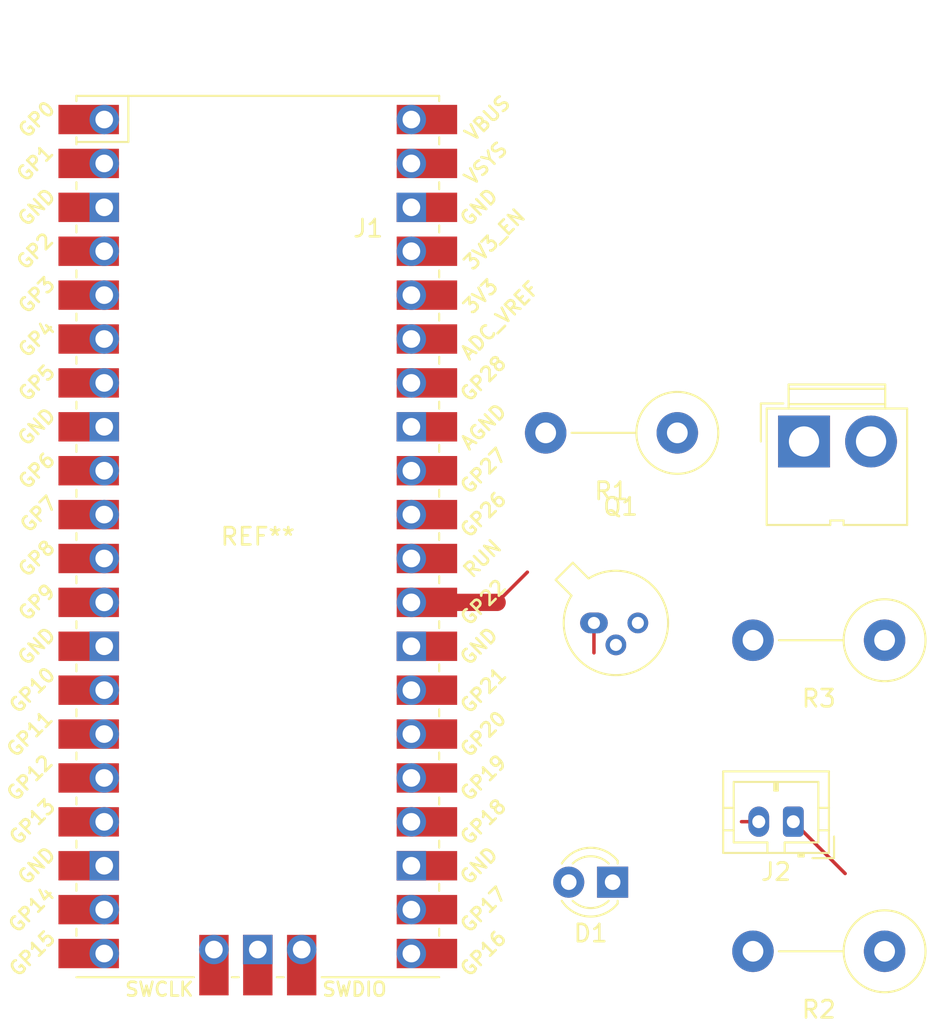
<source format=kicad_pcb>
(kicad_pcb (version 20240108) (generator "pcbnew") (generator_version "8.0")
  (layers (0 "F.Cu" signal) (31 "B.Cu" signal) (34 "B.Paste" user) (35 "F.Paste" user) (36 "B.SilkS" user "B.Silkscreen") (37 "F.SilkS" user "F.Silkscreen") (38 "B.Mask" user) (39 "F.Mask" user) (44 "Edge.Cuts" user))
  (net 0 "")
  (net 1 "Net-(D1-K)")
  (net 2 "GND")
  (net 3 "VCC")
  (net 4 "Net-(J2-Pin_2)")
  (net 5 "Net-(Q1-B)")
  (net 6 "Net-(Q1-C)")
  (net 7 "Net-(U1-GPIO22)")
  (net 8 "Net-(D1-A)")
  (footprint "LED_THT:LED_D3.0mm" (layer "F.Cu") (at 131.54 119 180)
    (property "Reference" "D1" (at 1.27 -2.96 180) (layer "F.SilkS"))
    (property "Value" "LED")
    (fp_line (start -0.29 1.08) (end -0.29 1.236) (stroke (width 0.12)) (layer "F.SilkS"))
    (fp_line (start -0.29 -1.236) (end -0.29 -1.08) (stroke (width 0.12)) (layer "F.SilkS"))
    (fp_arc (start 2.942335 1.078608) (mid 1.366487 1.987659) (end -0.29 1.235516) (stroke (width 0.12)) (layer "F.SilkS"))
    (fp_arc (start 2.31113 1.079837) (mid 1.270117 1.5) (end 0.229039 1.08) (stroke (width 0.12)) (layer "F.SilkS"))
    (fp_arc (start 0.229039 -1.08) (mid 1.270117 -1.5) (end 2.31113 -1.079837) (stroke (width 0.12)) (layer "F.SilkS"))
    (fp_arc (start -0.29 -1.235516) (mid 1.366487 -1.987659) (end 2.942335 -1.078608) (stroke (width 0.12)) (layer "F.SilkS"))
    (pad "1" thru_hole rect (at 0 0 180) (size 1.8 1.8) (drill 0.9) (layers "*.Cu" "*.Mask") (net 1 "Net-(D1-K)"))
    (pad "2" thru_hole circle (at 2.54 0 180) (size 1.8 1.8) (drill 0.9) (layers "*.Cu" "*.Mask") (net 8 "Net-(D1-A)"))
  )
  (footprint "Package_TO_SOT_THT:TO-18-3" (layer "F.Cu") (at 130.46 104)
    (property "Reference" "Q1" (at 1.54 -6.73 0) (layer "F.SilkS"))
    (property "Value" "BC108" (hide yes))
    (fp_line (start -2.214448 -2.494499) (end -1.302281 -1.582331) (stroke (width 0.12)) (layer "F.SilkS"))
    (fp_line (start -1.224499 -3.484448) (end -2.214448 -2.494499) (stroke (width 0.12)) (layer "F.SilkS"))
    (fp_line (start -0.312331 -2.572281) (end -1.224499 -3.484448) (stroke (width 0.12)) (layer "F.SilkS"))
    (fp_arc (start -0.312331 -2.572281) (mid 3.405374 2.135551) (end -1.30215 -1.582544) (stroke (width 0.12)) (layer "F.SilkS"))
    (pad "1" thru_hole oval (at 0 0) (size 1.6 1.2) (drill 0.7) (layers "*.Cu" "*.Mask") (net 4 "Net-(J2-Pin_2)"))
    (pad "2" thru_hole oval (at 1.27 1.27) (size 1.2 1.2) (drill 0.7) (layers "*.Cu" "*.Mask") (net 5 "Net-(Q1-B)"))
    (pad "3" thru_hole oval (at 2.54 0) (size 1.2 1.2) (drill 0.7) (layers "*.Cu" "*.Mask") (net 6 "Net-(Q1-C)"))
  )
  (footprint "Resistor_THT:R_Axial_DIN0414_L11.9mm_D4.5mm_P7.62mm_Vertical" (layer "F.Cu") (at 135.285 93 180)
    (property "Reference" "R1" (at 3.81 -3.37 180) (layer "F.SilkS"))
    (property "Value" "R")
    (fp_line (start 2.37 0) (end 6.12 0) (stroke (width 0.12)) (layer "F.SilkS"))
    (fp_circle (center 0 0) (end 2.37 0) (stroke (width 0.12)) (fill none) (layer "F.SilkS"))
    (pad "1" thru_hole circle (at 0 0 180) (size 2.4 2.4) (drill 1.2) (layers "*.Cu" "*.Mask") (net 5 "Net-(Q1-B)"))
    (pad "2" thru_hole oval (at 7.62 0 180) (size 2.4 2.4) (drill 1.2) (layers "*.Cu" "*.Mask") (net 7 "Net-(U1-GPIO22)"))
  )
  (footprint "Resistor_THT:R_Axial_DIN0414_L11.9mm_D4.5mm_P7.62mm_Vertical" (layer "F.Cu") (at 147.285 123 180)
    (property "Reference" "R2" (at 3.81 -3.37 180) (layer "F.SilkS"))
    (property "Value" "R")
    (fp_line (start 2.37 0) (end 6.12 0) (stroke (width 0.12)) (layer "F.SilkS"))
    (fp_circle (center 0 0) (end 2.37 0) (stroke (width 0.12)) (fill none) (layer "F.SilkS"))
    (pad "1" thru_hole circle (at 0 0 180) (size 2.4 2.4) (drill 1.2) (layers "*.Cu" "*.Mask") (net 2 "GND"))
    (pad "2" thru_hole oval (at 7.62 0 180) (size 2.4 2.4) (drill 1.2) (layers "*.Cu" "*.Mask") (net 1 "Net-(D1-K)"))
  )
  (footprint "Connector_JST:JST_PH_B2B-PH-K_1x02_P2.00mm_Vertical" (layer "F.Cu") (at 142 115.5 180)
    (property "Reference" "J2" (at 1 -2.9 180) (layer "F.SilkS"))
    (property "Value" "Conn_01x02_Pin")
    (fp_line (start 4.06 2.91) (end 4.06 -1.81) (stroke (width 0.12)) (layer "F.SilkS"))
    (fp_line (start 4.06 0.8) (end 3.45 0.8) (stroke (width 0.12)) (layer "F.SilkS"))
    (fp_line (start 4.06 -0.5) (end 3.45 -0.5) (stroke (width 0.12)) (layer "F.SilkS"))
    (fp_line (start 4.06 -1.81) (end -2.06 -1.81) (stroke (width 0.12)) (layer "F.SilkS"))
    (fp_line (start 3.45 2.3) (end 3.45 -1.2) (stroke (width 0.12)) (layer "F.SilkS"))
    (fp_line (start 3.45 -1.2) (end 1.5 -1.2) (stroke (width 0.12)) (layer "F.SilkS"))
    (fp_line (start 1.5 -1.2) (end 1.5 -1.81) (stroke (width 0.12)) (layer "F.SilkS"))
    (fp_line (start 1.1 1.8) (end 1.1 2.3) (stroke (width 0.12)) (layer "F.SilkS"))
    (fp_line (start 1 2.3) (end 1 1.8) (stroke (width 0.12)) (layer "F.SilkS"))
    (fp_line (start 0.9 2.3) (end 0.9 1.8) (stroke (width 0.12)) (layer "F.SilkS"))
    (fp_line (start 0.9 1.8) (end 1.1 1.8) (stroke (width 0.12)) (layer "F.SilkS"))
    (fp_line (start 0.5 -1.2) (end -1.45 -1.2) (stroke (width 0.12)) (layer "F.SilkS"))
    (fp_line (start 0.5 -1.81) (end 0.5 -1.2) (stroke (width 0.12)) (layer "F.SilkS"))
    (fp_line (start -0.3 -1.81) (end -0.3 -2.01) (stroke (width 0.12)) (layer "F.SilkS"))
    (fp_line (start -0.3 -1.91) (end -0.6 -1.91) (stroke (width 0.12)) (layer "F.SilkS"))
    (fp_line (start -0.3 -2.01) (end -0.6 -2.01) (stroke (width 0.12)) (layer "F.SilkS"))
    (fp_line (start -0.6 -2.01) (end -0.6 -1.81) (stroke (width 0.12)) (layer "F.SilkS"))
    (fp_line (start -1.11 -2.11) (end -2.36 -2.11) (stroke (width 0.12)) (layer "F.SilkS"))
    (fp_line (start -1.45 2.3) (end 3.45 2.3) (stroke (width 0.12)) (layer "F.SilkS"))
    (fp_line (start -1.45 -1.2) (end -1.45 2.3) (stroke (width 0.12)) (layer "F.SilkS"))
    (fp_line (start -2.06 2.91) (end 4.06 2.91) (stroke (width 0.12)) (layer "F.SilkS"))
    (fp_line (start -2.06 0.8) (end -1.45 0.8) (stroke (width 0.12)) (layer "F.SilkS"))
    (fp_line (start -2.06 -0.5) (end -1.45 -0.5) (stroke (width 0.12)) (layer "F.SilkS"))
    (fp_line (start -2.06 -1.81) (end -2.06 2.91) (stroke (width 0.12)) (layer "F.SilkS"))
    (fp_line (start -2.36 -2.11) (end -2.36 -0.86) (stroke (width 0.12)) (layer "F.SilkS"))
    (pad "1" thru_hole roundrect (at 0 0 180) (size 1.2 1.75) (drill 0.75) (layers "*.Cu" "*.Mask") (roundrect_rratio 0.208333) (net 2 "GND"))
    (pad "2" thru_hole oval (at 2 0 180) (size 1.2 1.75) (drill 0.75) (layers "*.Cu" "*.Mask") (net 4 "Net-(J2-Pin_2)"))
  )
  (footprint "MCU_RaspberryPi_and_Boards:RPi_Pico_SMD_TH" (layer "F.Cu") (at 111 99)
    (property "Reference" "REF**" (at 0 0 0) (layer "F.SilkS"))
    (property "Value" "RPi_Pico_SMD_TH")
    (fp_line (start -10.5 -25.5) (end -10.5 -25.2) (stroke (width 0.12)) (layer "F.SilkS"))
    (fp_line (start -10.5 -25.5) (end 10.5 -25.5) (stroke (width 0.12)) (layer "F.SilkS"))
    (fp_line (start -10.5 -23.1) (end -10.5 -22.7) (stroke (width 0.12)) (layer "F.SilkS"))
    (fp_line (start -10.5 -22.833) (end -7.493 -22.833) (stroke (width 0.12)) (layer "F.SilkS"))
    (fp_line (start -10.5 -20.5) (end -10.5 -20.1) (stroke (width 0.12)) (layer "F.SilkS"))
    (fp_line (start -10.5 -18) (end -10.5 -17.6) (stroke (width 0.12)) (layer "F.SilkS"))
    (fp_line (start -10.5 -15.4) (end -10.5 -15) (stroke (width 0.12)) (layer "F.SilkS"))
    (fp_line (start -10.5 -12.9) (end -10.5 -12.5) (stroke (width 0.12)) (layer "F.SilkS"))
    (fp_line (start -10.5 -10.4) (end -10.5 -10) (stroke (width 0.12)) (layer "F.SilkS"))
    (fp_line (start -10.5 -7.8) (end -10.5 -7.4) (stroke (width 0.12)) (layer "F.SilkS"))
    (fp_line (start -10.5 -5.3) (end -10.5 -4.9) (stroke (width 0.12)) (layer "F.SilkS"))
    (fp_line (start -10.5 -2.7) (end -10.5 -2.3) (stroke (width 0.12)) (layer "F.SilkS"))
    (fp_line (start -10.5 -0.2) (end -10.5 0.2) (stroke (width 0.12)) (layer "F.SilkS"))
    (fp_line (start -10.5 2.3) (end -10.5 2.7) (stroke (width 0.12)) (layer "F.SilkS"))
    (fp_line (start -10.5 4.9) (end -10.5 5.3) (stroke (width 0.12)) (layer "F.SilkS"))
    (fp_line (start -10.5 7.4) (end -10.5 7.8) (stroke (width 0.12)) (layer "F.SilkS"))
    (fp_line (start -10.5 10) (end -10.5 10.4) (stroke (width 0.12)) (layer "F.SilkS"))
    (fp_line (start -10.5 12.5) (end -10.5 12.9) (stroke (width 0.12)) (layer "F.SilkS"))
    (fp_line (start -10.5 15.1) (end -10.5 15.5) (stroke (width 0.12)) (layer "F.SilkS"))
    (fp_line (start -10.5 17.6) (end -10.5 18) (stroke (width 0.12)) (layer "F.SilkS"))
    (fp_line (start -10.5 20.1) (end -10.5 20.5) (stroke (width 0.12)) (layer "F.SilkS"))
    (fp_line (start -10.5 22.7) (end -10.5 23.1) (stroke (width 0.12)) (layer "F.SilkS"))
    (fp_line (start -7.493 -22.833) (end -7.493 -25.5) (stroke (width 0.12)) (layer "F.SilkS"))
    (fp_line (start -3.7 25.5) (end -10.5 25.5) (stroke (width 0.12)) (layer "F.SilkS"))
    (fp_line (start -1.5 25.5) (end -1.1 25.5) (stroke (width 0.12)) (layer "F.SilkS"))
    (fp_line (start 1.1 25.5) (end 1.5 25.5) (stroke (width 0.12)) (layer "F.SilkS"))
    (fp_line (start 10.5 -25.5) (end 10.5 -25.2) (stroke (width 0.12)) (layer "F.SilkS"))
    (fp_line (start 10.5 -23.1) (end 10.5 -22.7) (stroke (width 0.12)) (layer "F.SilkS"))
    (fp_line (start 10.5 -20.5) (end 10.5 -20.1) (stroke (width 0.12)) (layer "F.SilkS"))
    (fp_line (start 10.5 -18) (end 10.5 -17.6) (stroke (width 0.12)) (layer "F.SilkS"))
    (fp_line (start 10.5 -15.4) (end 10.5 -15) (stroke (width 0.12)) (layer "F.SilkS"))
    (fp_line (start 10.5 -12.9) (end 10.5 -12.5) (stroke (width 0.12)) (layer "F.SilkS"))
    (fp_line (start 10.5 -10.4) (end 10.5 -10) (stroke (width 0.12)) (layer "F.SilkS"))
    (fp_line (start 10.5 -7.8) (end 10.5 -7.4) (stroke (width 0.12)) (layer "F.SilkS"))
    (fp_line (start 10.5 -5.3) (end 10.5 -4.9) (stroke (width 0.12)) (layer "F.SilkS"))
    (fp_line (start 10.5 -2.7) (end 10.5 -2.3) (stroke (width 0.12)) (layer "F.SilkS"))
    (fp_line (start 10.5 -0.2) (end 10.5 0.2) (stroke (width 0.12)) (layer "F.SilkS"))
    (fp_line (start 10.5 2.3) (end 10.5 2.7) (stroke (width 0.12)) (layer "F.SilkS"))
    (fp_line (start 10.5 4.9) (end 10.5 5.3) (stroke (width 0.12)) (layer "F.SilkS"))
    (fp_line (start 10.5 7.4) (end 10.5 7.8) (stroke (width 0.12)) (layer "F.SilkS"))
    (fp_line (start 10.5 10) (end 10.5 10.4) (stroke (width 0.12)) (layer "F.SilkS"))
    (fp_line (start 10.5 12.5) (end 10.5 12.9) (stroke (width 0.12)) (layer "F.SilkS"))
    (fp_line (start 10.5 15.1) (end 10.5 15.5) (stroke (width 0.12)) (layer "F.SilkS"))
    (fp_line (start 10.5 17.6) (end 10.5 18) (stroke (width 0.12)) (layer "F.SilkS"))
    (fp_line (start 10.5 20.1) (end 10.5 20.5) (stroke (width 0.12)) (layer "F.SilkS"))
    (fp_line (start 10.5 22.7) (end 10.5 23.1) (stroke (width 0.12)) (layer "F.SilkS"))
    (fp_line (start 10.5 25.5) (end 3.7 25.5) (stroke (width 0.12)) (layer "F.SilkS"))
    (fp_text user "GP14" (at -13.1 21.59 45) (layer "F.SilkS") (effects (font (size 0.8 0.8))))
    (fp_text user "GP7" (at -12.7 -1.3 45) (layer "F.SilkS") (effects (font (size 0.8 0.8))))
    (fp_text user "GP27" (at 13.054 -3.8 45) (layer "F.SilkS") (effects (font (size 0.8 0.8))))
    (fp_text user "3V3" (at 12.9 -13.9 45) (layer "F.SilkS") (effects (font (size 0.8 0.8))))
    (fp_text user "GP13" (at -13.054 16.51 45) (layer "F.SilkS") (effects (font (size 0.8 0.8))))
    (fp_text user "RUN" (at 13 1.27 45) (layer "F.SilkS") (effects (font (size 0.8 0.8))))
    (fp_text user "GP20" (at 13.054 11.43 45) (layer "F.SilkS") (effects (font (size 0.8 0.8))))
    (fp_text user "GP9" (at -12.8 3.81 45) (layer "F.SilkS") (effects (font (size 0.8 0.8))))
    (fp_text user "ADC_VREF" (at 14 -12.5 45) (layer "F.SilkS") (effects (font (size 0.8 0.8))))
    (fp_text user "GP26" (at 13.054 -1.27 45) (layer "F.SilkS") (effects (font (size 0.8 0.8))))
    (fp_text user "GP19" (at 13.054 13.97 45) (layer "F.SilkS") (effects (font (size 0.8 0.8))))
    (fp_text user "GP5" (at -12.8 -8.89 45) (layer "F.SilkS") (effects (font (size 0.8 0.8))))
    (fp_text user "AGND" (at 13.054 -6.35 45) (layer "F.SilkS") (effects (font (size 0.8 0.8))))
    (fp_text user "GND" (at 12.8 -19.05 45) (layer "F.SilkS") (effects (font (size 0.8 0.8))))
    (fp_text user "GP11" (at -13.2 11.43 45) (layer "F.SilkS") (effects (font (size 0.8 0.8))))
    (fp_text user "GP18" (at 13.054 16.51 45) (layer "F.SilkS") (effects (font (size 0.8 0.8))))
    (fp_text user "GP4" (at -12.8 -11.43 45) (layer "F.SilkS") (effects (font (size 0.8 0.8))))
    (fp_text user "GP3" (at -12.8 -13.97 45) (layer "F.SilkS") (effects (font (size 0.8 0.8))))
    (fp_text user "GND" (at -12.8 -19.05 45) (layer "F.SilkS") (effects (font (size 0.8 0.8))))
    (fp_text user "GP10" (at -13.054 8.89 45) (layer "F.SilkS") (effects (font (size 0.8 0.8))))
    (fp_text user "SWDIO" (at 5.6 26.2 0) (layer "F.SilkS") (effects (font (size 0.8 0.8))))
    (fp_text user "GP16" (at 13.054 24.13 45) (layer "F.SilkS") (effects (font (size 0.8 0.8))))
    (fp_text user "GP2" (at -12.9 -16.51 45) (layer "F.SilkS") (effects (font (size 0.8 0.8))))
    (fp_text user "3V3_EN" (at 13.7 -17.2 45) (layer "F.SilkS") (effects (font (size 0.8 0.8))))
    (fp_text user "GND" (at -12.8 -6.35 45) (layer "F.SilkS") (effects (font (size 0.8 0.8))))
    (fp_text user "GP17" (at 13.054 21.59 45) (layer "F.SilkS") (effects (font (size 0.8 0.8))))
    (fp_text user "GP22" (at 13.054 3.81 45) (layer "F.SilkS") (effects (font (size 0.8 0.8))))
    (fp_text user "GP21" (at 13.054 8.9 45) (layer "F.SilkS") (effects (font (size 0.8 0.8))))
    (fp_text user "VBUS" (at 13.3 -24.2 45) (layer "F.SilkS") (effects (font (size 0.8 0.8))))
    (fp_text user "GND" (at 12.8 6.35 45) (layer "F.SilkS") (effects (font (size 0.8 0.8))))
    (fp_text user "GP6" (at -12.8 -3.81 45) (layer "F.SilkS") (effects (font (size 0.8 0.8))))
    (fp_text user "GP8" (at -12.8 1.27 45) (layer "F.SilkS") (effects (font (size 0.8 0.8))))
    (fp_text user "GP28" (at 13.054 -9.144 45) (layer "F.SilkS") (effects (font (size 0.8 0.8))))
    (fp_text user "GP1" (at -12.9 -21.6 45) (layer "F.SilkS") (effects (font (size 0.8 0.8))))
    (fp_text user "GP0" (at -12.8 -24.13 45) (layer "F.SilkS") (effects (font (size 0.8 0.8))))
    (fp_text user "SWCLK" (at -5.7 26.2 0) (layer "F.SilkS") (effects (font (size 0.8 0.8))))
    (fp_text user "GP12" (at -13.2 13.97 45) (layer "F.SilkS") (effects (font (size 0.8 0.8))))
    (fp_text user "GP15" (at -13.054 24.13 45) (layer "F.SilkS") (effects (font (size 0.8 0.8))))
    (fp_text user "VSYS" (at 13.2 -21.59 45) (layer "F.SilkS") (effects (font (size 0.8 0.8))))
    (fp_text user "GND" (at -12.8 19.05 45) (layer "F.SilkS") (effects (font (size 0.8 0.8))))
    (fp_text user "GND" (at -12.8 6.35 45) (layer "F.SilkS") (effects (font (size 0.8 0.8))))
    (fp_text user "GND" (at 12.8 19.05 45) (layer "F.SilkS") (effects (font (size 0.8 0.8))))
    (pad "" np_thru_hole oval (at -2.725 -24) (size 1.8 1.8) (drill 1.8) (layers "*.Cu" "*.Mask"))
    (pad "" np_thru_hole oval (at -2.425 -20.97) (size 1.5 1.5) (drill 1.5) (layers "*.Cu" "*.Mask"))
    (pad "" np_thru_hole oval (at 2.425 -20.97) (size 1.5 1.5) (drill 1.5) (layers "*.Cu" "*.Mask"))
    (pad "" np_thru_hole oval (at 2.725 -24) (size 1.8 1.8) (drill 1.8) (layers "*.Cu" "*.Mask"))
    (pad "1" thru_hole oval (at -8.89 -24.13) (size 1.7 1.7) (drill 1.02) (layers "*.Cu" "*.Mask"))
    (pad "1" smd rect (at -8.89 -24.13) (size 3.5 1.7) (drill (offset -0.9 0)) (layers "F.Cu" "F.Mask"))
    (pad "2" thru_hole oval (at -8.89 -21.59) (size 1.7 1.7) (drill 1.02) (layers "*.Cu" "*.Mask"))
    (pad "2" smd rect (at -8.89 -21.59) (size 3.5 1.7) (drill (offset -0.9 0)) (layers "F.Cu" "F.Mask"))
    (pad "3" thru_hole rect (at -8.89 -19.05) (size 1.7 1.7) (drill 1.02) (layers "*.Cu" "*.Mask"))
    (pad "3" smd rect (at -8.89 -19.05) (size 3.5 1.7) (drill (offset -0.9 0)) (layers "F.Cu" "F.Mask"))
    (pad "4" thru_hole oval (at -8.89 -16.51) (size 1.7 1.7) (drill 1.02) (layers "*.Cu" "*.Mask"))
    (pad "4" smd rect (at -8.89 -16.51) (size 3.5 1.7) (drill (offset -0.9 0)) (layers "F.Cu" "F.Mask"))
    (pad "5" thru_hole oval (at -8.89 -13.97) (size 1.7 1.7) (drill 1.02) (layers "*.Cu" "*.Mask"))
    (pad "5" smd rect (at -8.89 -13.97) (size 3.5 1.7) (drill (offset -0.9 0)) (layers "F.Cu" "F.Mask"))
    (pad "6" thru_hole oval (at -8.89 -11.43) (size 1.7 1.7) (drill 1.02) (layers "*.Cu" "*.Mask"))
    (pad "6" smd rect (at -8.89 -11.43) (size 3.5 1.7) (drill (offset -0.9 0)) (layers "F.Cu" "F.Mask"))
    (pad "7" thru_hole oval (at -8.89 -8.89) (size 1.7 1.7) (drill 1.02) (layers "*.Cu" "*.Mask"))
    (pad "7" smd rect (at -8.89 -8.89) (size 3.5 1.7) (drill (offset -0.9 0)) (layers "F.Cu" "F.Mask"))
    (pad "8" thru_hole rect (at -8.89 -6.35) (size 1.7 1.7) (drill 1.02) (layers "*.Cu" "*.Mask"))
    (pad "8" smd rect (at -8.89 -6.35) (size 3.5 1.7) (drill (offset -0.9 0)) (layers "F.Cu" "F.Mask"))
    (pad "9" thru_hole oval (at -8.89 -3.81) (size 1.7 1.7) (drill 1.02) (layers "*.Cu" "*.Mask"))
    (pad "9" smd rect (at -8.89 -3.81) (size 3.5 1.7) (drill (offset -0.9 0)) (layers "F.Cu" "F.Mask"))
    (pad "10" thru_hole oval (at -8.89 -1.27) (size 1.7 1.7) (drill 1.02) (layers "*.Cu" "*.Mask"))
    (pad "10" smd rect (at -8.89 -1.27) (size 3.5 1.7) (drill (offset -0.9 0)) (layers "F.Cu" "F.Mask"))
    (pad "11" thru_hole oval (at -8.89 1.27) (size 1.7 1.7) (drill 1.02) (layers "*.Cu" "*.Mask"))
    (pad "11" smd rect (at -8.89 1.27) (size 3.5 1.7) (drill (offset -0.9 0)) (layers "F.Cu" "F.Mask"))
    (pad "12" thru_hole oval (at -8.89 3.81) (size 1.7 1.7) (drill 1.02) (layers "*.Cu" "*.Mask"))
    (pad "12" smd rect (at -8.89 3.81) (size 3.5 1.7) (drill (offset -0.9 0)) (layers "F.Cu" "F.Mask"))
    (pad "13" thru_hole rect (at -8.89 6.35) (size 1.7 1.7) (drill 1.02) (layers "*.Cu" "*.Mask"))
    (pad "13" smd rect (at -8.89 6.35) (size 3.5 1.7) (drill (offset -0.9 0)) (layers "F.Cu" "F.Mask"))
    (pad "14" thru_hole oval (at -8.89 8.89) (size 1.7 1.7) (drill 1.02) (layers "*.Cu" "*.Mask"))
    (pad "14" smd rect (at -8.89 8.89) (size 3.5 1.7) (drill (offset -0.9 0)) (layers "F.Cu" "F.Mask"))
    (pad "15" thru_hole oval (at -8.89 11.43) (size 1.7 1.7) (drill 1.02) (layers "*.Cu" "*.Mask"))
    (pad "15" smd rect (at -8.89 11.43) (size 3.5 1.7) (drill (offset -0.9 0)) (layers "F.Cu" "F.Mask"))
    (pad "16" thru_hole oval (at -8.89 13.97) (size 1.7 1.7) (drill 1.02) (layers "*.Cu" "*.Mask"))
    (pad "16" smd rect (at -8.89 13.97) (size 3.5 1.7) (drill (offset -0.9 0)) (layers "F.Cu" "F.Mask"))
    (pad "17" thru_hole oval (at -8.89 16.51) (size 1.7 1.7) (drill 1.02) (layers "*.Cu" "*.Mask"))
    (pad "17" smd rect (at -8.89 16.51) (size 3.5 1.7) (drill (offset -0.9 0)) (layers "F.Cu" "F.Mask"))
    (pad "18" thru_hole rect (at -8.89 19.05) (size 1.7 1.7) (drill 1.02) (layers "*.Cu" "*.Mask"))
    (pad "18" smd rect (at -8.89 19.05) (size 3.5 1.7) (drill (offset -0.9 0)) (layers "F.Cu" "F.Mask"))
    (pad "19" thru_hole oval (at -8.89 21.59) (size 1.7 1.7) (drill 1.02) (layers "*.Cu" "*.Mask"))
    (pad "19" smd rect (at -8.89 21.59) (size 3.5 1.7) (drill (offset -0.9 0)) (layers "F.Cu" "F.Mask"))
    (pad "20" thru_hole oval (at -8.89 24.13) (size 1.7 1.7) (drill 1.02) (layers "*.Cu" "*.Mask"))
    (pad "20" smd rect (at -8.89 24.13) (size 3.5 1.7) (drill (offset -0.9 0)) (layers "F.Cu" "F.Mask"))
    (pad "21" thru_hole oval (at 8.89 24.13) (size 1.7 1.7) (drill 1.02) (layers "*.Cu" "*.Mask"))
    (pad "21" smd rect (at 8.89 24.13) (size 3.5 1.7) (drill (offset 0.9 0)) (layers "F.Cu" "F.Mask"))
    (pad "22" thru_hole oval (at 8.89 21.59) (size 1.7 1.7) (drill 1.02) (layers "*.Cu" "*.Mask"))
    (pad "22" smd rect (at 8.89 21.59) (size 3.5 1.7) (drill (offset 0.9 0)) (layers "F.Cu" "F.Mask"))
    (pad "23" thru_hole rect (at 8.89 19.05) (size 1.7 1.7) (drill 1.02) (layers "*.Cu" "*.Mask"))
    (pad "23" smd rect (at 8.89 19.05) (size 3.5 1.7) (drill (offset 0.9 0)) (layers "F.Cu" "F.Mask"))
    (pad "24" thru_hole oval (at 8.89 16.51) (size 1.7 1.7) (drill 1.02) (layers "*.Cu" "*.Mask"))
    (pad "24" smd rect (at 8.89 16.51) (size 3.5 1.7) (drill (offset 0.9 0)) (layers "F.Cu" "F.Mask"))
    (pad "25" thru_hole oval (at 8.89 13.97) (size 1.7 1.7) (drill 1.02) (layers "*.Cu" "*.Mask"))
    (pad "25" smd rect (at 8.89 13.97) (size 3.5 1.7) (drill (offset 0.9 0)) (layers "F.Cu" "F.Mask"))
    (pad "26" thru_hole oval (at 8.89 11.43) (size 1.7 1.7) (drill 1.02) (layers "*.Cu" "*.Mask"))
    (pad "26" smd rect (at 8.89 11.43) (size 3.5 1.7) (drill (offset 0.9 0)) (layers "F.Cu" "F.Mask"))
    (pad "27" thru_hole oval (at 8.89 8.89) (size 1.7 1.7) (drill 1.02) (layers "*.Cu" "*.Mask"))
    (pad "27" smd rect (at 8.89 8.89) (size 3.5 1.7) (drill (offset 0.9 0)) (layers "F.Cu" "F.Mask"))
    (pad "28" thru_hole rect (at 8.89 6.35) (size 1.7 1.7) (drill 1.02) (layers "*.Cu" "*.Mask"))
    (pad "28" smd rect (at 8.89 6.35) (size 3.5 1.7) (drill (offset 0.9 0)) (layers "F.Cu" "F.Mask"))
    (pad "29" thru_hole oval (at 8.89 3.81) (size 1.7 1.7) (drill 1.02) (layers "*.Cu" "*.Mask"))
    (pad "29" smd rect (at 8.89 3.81) (size 3.5 1.7) (drill (offset 0.9 0)) (layers "F.Cu" "F.Mask"))
    (pad "30" thru_hole oval (at 8.89 1.27) (size 1.7 1.7) (drill 1.02) (layers "*.Cu" "*.Mask"))
    (pad "30" smd rect (at 8.89 1.27) (size 3.5 1.7) (drill (offset 0.9 0)) (layers "F.Cu" "F.Mask"))
    (pad "31" thru_hole oval (at 8.89 -1.27) (size 1.7 1.7) (drill 1.02) (layers "*.Cu" "*.Mask"))
    (pad "31" smd rect (at 8.89 -1.27) (size 3.5 1.7) (drill (offset 0.9 0)) (layers "F.Cu" "F.Mask"))
    (pad "32" thru_hole oval (at 8.89 -3.81) (size 1.7 1.7) (drill 1.02) (layers "*.Cu" "*.Mask"))
    (pad "32" smd rect (at 8.89 -3.81) (size 3.5 1.7) (drill (offset 0.9 0)) (layers "F.Cu" "F.Mask"))
    (pad "33" thru_hole rect (at 8.89 -6.35) (size 1.7 1.7) (drill 1.02) (layers "*.Cu" "*.Mask"))
    (pad "33" smd rect (at 8.89 -6.35) (size 3.5 1.7) (drill (offset 0.9 0)) (layers "F.Cu" "F.Mask"))
    (pad "34" thru_hole oval (at 8.89 -8.89) (size 1.7 1.7) (drill 1.02) (layers "*.Cu" "*.Mask"))
    (pad "34" smd rect (at 8.89 -8.89) (size 3.5 1.7) (drill (offset 0.9 0)) (layers "F.Cu" "F.Mask"))
    (pad "35" thru_hole oval (at 8.89 -11.43) (size 1.7 1.7) (drill 1.02) (layers "*.Cu" "*.Mask"))
    (pad "35" smd rect (at 8.89 -11.43) (size 3.5 1.7) (drill (offset 0.9 0)) (layers "F.Cu" "F.Mask"))
    (pad "36" thru_hole oval (at 8.89 -13.97) (size 1.7 1.7) (drill 1.02) (layers "*.Cu" "*.Mask"))
    (pad "36" smd rect (at 8.89 -13.97) (size 3.5 1.7) (drill (offset 0.9 0)) (layers "F.Cu" "F.Mask"))
    (pad "37" thru_hole oval (at 8.89 -16.51) (size 1.7 1.7) (drill 1.02) (layers "*.Cu" "*.Mask"))
    (pad "37" smd rect (at 8.89 -16.51) (size 3.5 1.7) (drill (offset 0.9 0)) (layers "F.Cu" "F.Mask"))
    (pad "38" thru_hole rect (at 8.89 -19.05) (size 1.7 1.7) (drill 1.02) (layers "*.Cu" "*.Mask"))
    (pad "38" smd rect (at 8.89 -19.05) (size 3.5 1.7) (drill (offset 0.9 0)) (layers "F.Cu" "F.Mask"))
    (pad "39" thru_hole oval (at 8.89 -21.59) (size 1.7 1.7) (drill 1.02) (layers "*.Cu" "*.Mask"))
    (pad "39" smd rect (at 8.89 -21.59) (size 3.5 1.7) (drill (offset 0.9 0)) (layers "F.Cu" "F.Mask"))
    (pad "40" thru_hole oval (at 8.89 -24.13) (size 1.7 1.7) (drill 1.02) (layers "*.Cu" "*.Mask"))
    (pad "40" smd rect (at 8.89 -24.13) (size 3.5 1.7) (drill (offset 0.9 0)) (layers "F.Cu" "F.Mask"))
    (pad "41" thru_hole oval (at -2.54 23.9) (size 1.7 1.7) (drill 1.02) (layers "*.Cu" "*.Mask"))
    (pad "41" smd rect (at -2.54 23.9 90) (size 3.5 1.7) (drill (offset -0.9 0)) (layers "F.Cu" "F.Mask"))
    (pad "42" thru_hole rect (at 0 23.9) (size 1.7 1.7) (drill 1.02) (layers "*.Cu" "*.Mask"))
    (pad "42" smd rect (at 0 23.9 90) (size 3.5 1.7) (drill (offset -0.9 0)) (layers "F.Cu" "F.Mask"))
    (pad "43" thru_hole oval (at 2.54 23.9) (size 1.7 1.7) (drill 1.02) (layers "*.Cu" "*.Mask"))
    (pad "43" smd rect (at 2.54 23.9 90) (size 3.5 1.7) (drill (offset -0.9 0)) (layers "F.Cu" "F.Mask"))
  )
  (footprint "Connector:JWT_A3963_1x02_P3.96mm_Vertical" (layer "F.Cu") (at 142.62 93.5)
    (property "Reference" "J1" (at -25.23 -12.33 0) (layer "F.SilkS"))
    (property "Value" "Alimentacao")
    (fp_line (start -2.5 -2.2) (end -2.5 0) (stroke (width 0.12)) (layer "F.SilkS"))
    (fp_line (start -2.16 -1.91) (end -2.16 0) (stroke (width 0.12)) (layer "F.SilkS"))
    (fp_line (start -2.16 -1.91) (end 5.97 -1.91) (stroke (width 0.12)) (layer "F.SilkS"))
    (fp_line (start -2.16 0) (end -2.16 4.83) (stroke (width 0.12)) (layer "F.SilkS"))
    (fp_line (start -1.2 -2.2) (end -2.5 -2.2) (stroke (width 0.12)) (layer "F.SilkS"))
    (fp_line (start -0.89 -3.3) (end 4.7 -3.3) (stroke (width 0.12)) (layer "F.SilkS"))
    (fp_line (start -0.89 -3.05) (end 4.7 -3.05) (stroke (width 0.12)) (layer "F.SilkS"))
    (fp_line (start -0.89 -2.16) (end 4.7 -2.16) (stroke (width 0.12)) (layer "F.SilkS"))
    (fp_line (start -0.89 -1.91) (end -0.89 -3.3) (stroke (width 0.12)) (layer "F.SilkS"))
    (fp_line (start 1.52 4.57) (end 2.29 4.57) (stroke (width 0.12)) (layer "F.SilkS"))
    (fp_line (start 1.52 4.83) (end -2.16 4.83) (stroke (width 0.12)) (layer "F.SilkS"))
    (fp_line (start 1.52 4.83) (end 1.52 4.57) (stroke (width 0.12)) (layer "F.SilkS"))
    (fp_line (start 2.29 4.57) (end 2.29 4.83) (stroke (width 0.12)) (layer "F.SilkS"))
    (fp_line (start 2.29 4.83) (end 5.97 4.83) (stroke (width 0.12)) (layer "F.SilkS"))
    (fp_line (start 4.7 -1.91) (end 4.7 -3.3) (stroke (width 0.12)) (layer "F.SilkS"))
    (fp_line (start 5.97 -1.91) (end 5.97 0) (stroke (width 0.12)) (layer "F.SilkS"))
    (fp_line (start 5.97 4.83) (end 5.97 0) (stroke (width 0.12)) (layer "F.SilkS"))
    (pad "1" thru_hole rect (at 0 0) (size 3 3) (drill 1.75) (layers "*.Cu" "*.Mask") (net 3 "VCC"))
    (pad "2" thru_hole circle (at 3.88 0) (size 3 3) (drill 1.75) (layers "*.Cu" "*.Mask") (net 2 "GND"))
  )
  (footprint "Resistor_THT:R_Axial_DIN0414_L11.9mm_D4.5mm_P7.62mm_Vertical" (layer "F.Cu") (at 147.285 105 180)
    (property "Reference" "R3" (at 3.81 -3.37 180) (layer "F.SilkS"))
    (property "Value" "R")
    (fp_line (start 2.37 0) (end 6.12 0) (stroke (width 0.12)) (layer "F.SilkS"))
    (fp_circle (center 0 0) (end 2.37 0) (stroke (width 0.12)) (fill none) (layer "F.SilkS"))
    (pad "1" thru_hole circle (at 0 0 180) (size 2.4 2.4) (drill 1.2) (layers "*.Cu" "*.Mask") (net 3 "VCC"))
    (pad "2" thru_hole oval (at 7.62 0 180) (size 2.4 2.4) (drill 1.2) (layers "*.Cu" "*.Mask") (net 6 "Net-(Q1-C)"))
  )
  (segment (start 119.89 115.51) (end 122.43 115.51) (width 0.2) (layer "F.Cu") (net 0))
  (segment (start 142 115.5) (end 145 118.5) (width 0.2) (layer "F.Cu") (net 2))
  (segment (start 130.46 105.73) (end 130.46 104) (width 0.2) (layer "F.Cu") (net 4))
  (segment (start 140 115.5) (end 139 115.5) (width 0.2) (layer "F.Cu") (net 4))
  (segment (start 119.89 102.81) (end 124.855 102.81) (width 1) (layer "F.Cu") (net 7))
  (segment (start 124.855 102.81) (end 126.60434 101.06066) (width 0.2) (layer "F.Cu") (net 7))
)
</source>
